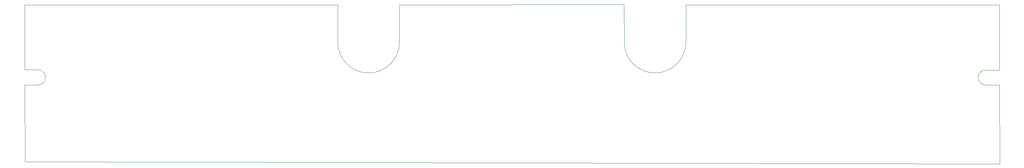
<source format=gbr>
%TF.GenerationSoftware,KiCad,Pcbnew,(6.0.2-0)*%
%TF.CreationDate,2022-07-03T14:42:40+02:00*%
%TF.ProjectId,Wasp-PCB,57617370-2d50-4434-922e-6b696361645f,0.91*%
%TF.SameCoordinates,Original*%
%TF.FileFunction,Profile,NP*%
%FSLAX46Y46*%
G04 Gerber Fmt 4.6, Leading zero omitted, Abs format (unit mm)*
G04 Created by KiCad (PCBNEW (6.0.2-0)) date 2022-07-03 14:42:40*
%MOMM*%
%LPD*%
G01*
G04 APERTURE LIST*
%TA.AperFunction,Profile*%
%ADD10C,0.100000*%
%TD*%
G04 APERTURE END LIST*
D10*
X39450000Y-74050000D02*
X39450000Y-59300000D01*
X42499985Y-74069506D02*
X39450000Y-74050000D01*
X42499975Y-77500000D02*
X39450000Y-77500000D01*
X260600000Y-77550000D02*
X260650000Y-95450000D01*
X257493260Y-77550000D02*
X260600000Y-77550000D01*
X257493264Y-74119506D02*
X260600000Y-74150000D01*
X124500000Y-67801318D02*
X124500000Y-59300000D01*
X189489140Y-67789082D02*
X189505430Y-59300000D01*
X39450000Y-77500000D02*
X39500000Y-95000000D01*
X189505430Y-59300000D02*
X260625001Y-59300000D01*
X110500655Y-67800000D02*
X110500005Y-59300000D01*
X260600000Y-74150000D02*
X260625001Y-59300000D01*
X175489082Y-67810861D02*
G75*
G03*
X189489140Y-67789082I7000029J10890D01*
G01*
X42499975Y-77500000D02*
G75*
G03*
X42499985Y-74069506I23J1715247D01*
G01*
X257493264Y-74119506D02*
G75*
G03*
X257493260Y-77550000I-17J-1715247D01*
G01*
X110500656Y-67800000D02*
G75*
G03*
X124500000Y-67801318I6999671J-10755D01*
G01*
X39500000Y-95000000D02*
X260650000Y-95450000D01*
X175489082Y-67810861D02*
X175430459Y-59200000D01*
X110500005Y-59300000D02*
X39450000Y-59300000D01*
X124500000Y-59300000D02*
X175430459Y-59200000D01*
M02*

</source>
